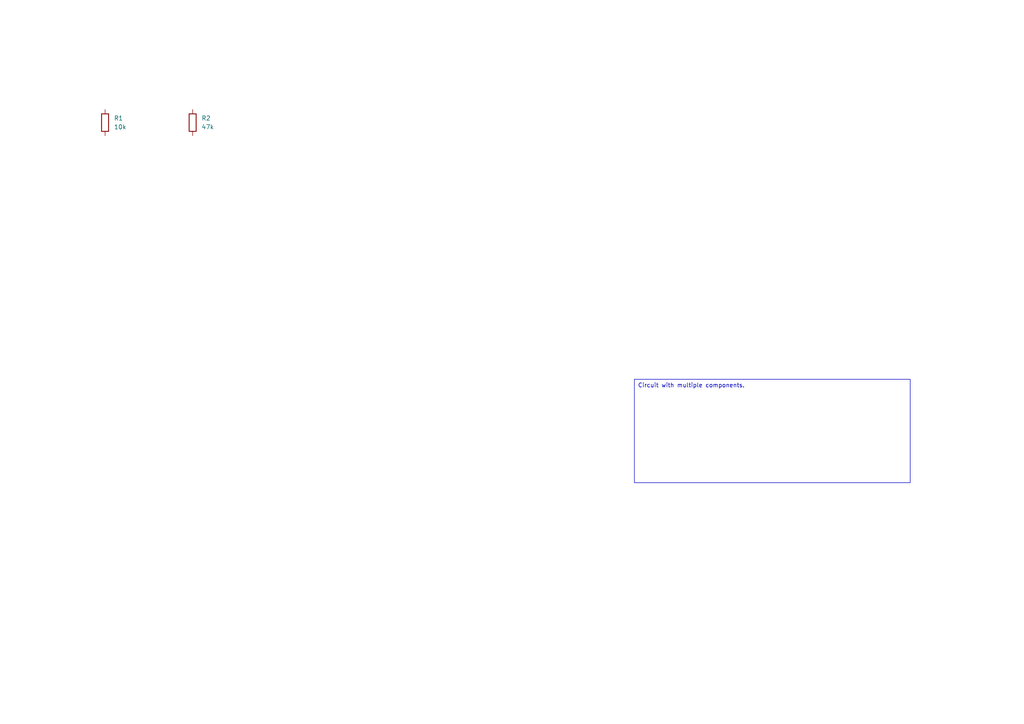
<source format=kicad_sch>
(kicad_sch (version 20250114) (generator "circuit_synth") (generator_version "0.8.36")
  (paper "A4")
  (title_block (title "multi_component"))
  (lib_symbols
    (symbol "Device:R" (pin_numbers (hide yes)) (pin_names (offset 0))
      (property "Reference" "R" (at 2.032 0 90))
      (property "Value" "R" (at 0 0 90))
      (symbol "R_0_1"
        (rectangle (start -1.016 -2.54) (end 1.016 2.54) (stroke (width 0.254)))
      )
      (symbol "R_1_1"
        (pin passive line (at 0 3.81 270) (length 1.27) (name "~") (number "1"))
        (pin passive line (at 0 -3.81 90) (length 1.27) (name "~") (number "2"))
      )
    )
  )
  (symbol (lib_id "Device:R") (at 30.48 35.56 0) (unit 1)
    (property "Reference" "R1" (at 33.02 34.2899 0) (effects (justify left)))
    (property "Value" "10k" (at 33.02 36.8299 0) (effects (justify left)))
    (property "Footprint" "Resistor_SMD:R_0603_1608Metric" (effects (hide yes)))
    (property "hierarchy_path" "/8490e5ac-7f75-4019-8638-bf6bdeff0a93" (effects (hide yes)))
    (property "project_name" "multi_component" (effects (hide yes)))
    (property "root_uuid" "8490e5ac-7f75-4019-8638-bf6bdeff0a93" (effects (hide yes)))
  )
  (symbol (lib_id "Device:R") (at 55.88 35.56 0) (unit 1)
    (property "Reference" "R2" (at 58.42 34.2899 0) (effects (justify left)))
    (property "Value" "47k" (at 58.42 36.8299 0) (effects (justify left)))
    (property "Footprint" "Resistor_SMD:R_0603_1608Metric" (effects (hide yes)))
    (property "hierarchy_path" "/8490e5ac-7f75-4019-8638-bf6bdeff0a93" (effects (hide yes)))
    (property "project_name" "multi_component" (effects (hide yes)))
    (property "root_uuid" "8490e5ac-7f75-4019-8638-bf6bdeff0a93" (effects (hide yes)))
  )
  (text_box "Circuit with multiple components." (at 184 110 0) (size 80 30) (margins 1 1 1 1) (effects (font (size 1.2 1.2)) (justify left top)))
)
</source>
